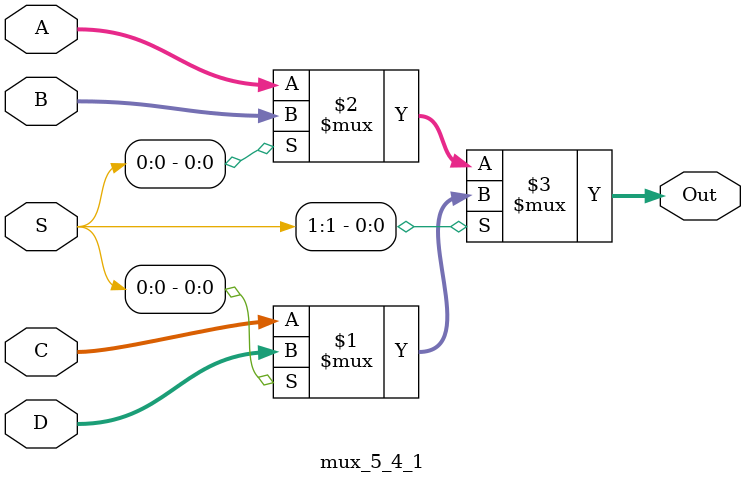
<source format=v>
`timescale 1ns / 1ps
module mux_32_2_1(
    input [31:0] A,
    input [31:0] B,
    input S,
    output [31:0] Out
    );
	assign Out= S? B : A;
endmodule

module mux_32_4_1(
    input [31:0] A,
    input [31:0] B,
	 input [31:0] C,
    input [31:0] D,
    input [1:0] S,
    output [31:0] Out
    );
	assign Out= S[1]? (S[0]? D : C) : (S[0]? B : A);
endmodule

module mux_1_8_1(
    input A,
    input B,
	 input C,
    input D,
	 input E,
    input F,
	 input G,
    input H,
    input [2:0] S,
    output Out
    );
	assign Out= S==3'b000 ? A : S==3'b001 ? B :  S==3'b010 ? C :S==3'b011 ? D :S==3'b100 ? E :S==3'b101 ? F : S==3'b110 ? G : H ;
endmodule

module mux_32_16_1(
    input [31:0] A,
    input [31:0] B,
	 input [31:0] C,
    input [31:0] D,
	 input [31:0] E,
    input [31:0] F,
	 input [31:0] G,
    input [31:0] H,
	 input [31:0] I,
    input [31:0] J,
	 input [31:0] K,
    input [31:0] L,
	 input [31:0] M,
    input [31:0] N,
	 input [31:0] O,
    input [31:0] P,
    input [3:0] S,
    output [31:0] Out
    );
	assign Out= S==4'b0000 ? A : S==4'b0001 ? B :  S==4'b0010 ? C :S==4'b0011 ? D : S==4'b0100 ? E :S==4'b0101 ? F :S==4'b0110 ? G :
	S==4'b0111 ? H :S==4'b1000 ? I :S==4'b1001 ? J :S==4'b1010 ? K :S==4'b1011 ? L :S==4'b1100 ? M :S==4'b1101 ? N :S==4'b1110 ? O : P;
endmodule

module mux_5_2_1(
    input [4:0] A,
    input [4:0] B,
    input S,
    output [4:0] Out
    );
	assign Out= S? B : A;
endmodule

module mux_5_4_1(
	input [4:0] A,
   input [4:0] B,
	input [4:0] C,
   input [4:0] D,
   input [1:0] S,
   output [4:0] Out
	);
	assign Out= S[1]? (S[0]? D : C) : (S[0]? B : A);
endmodule

</source>
